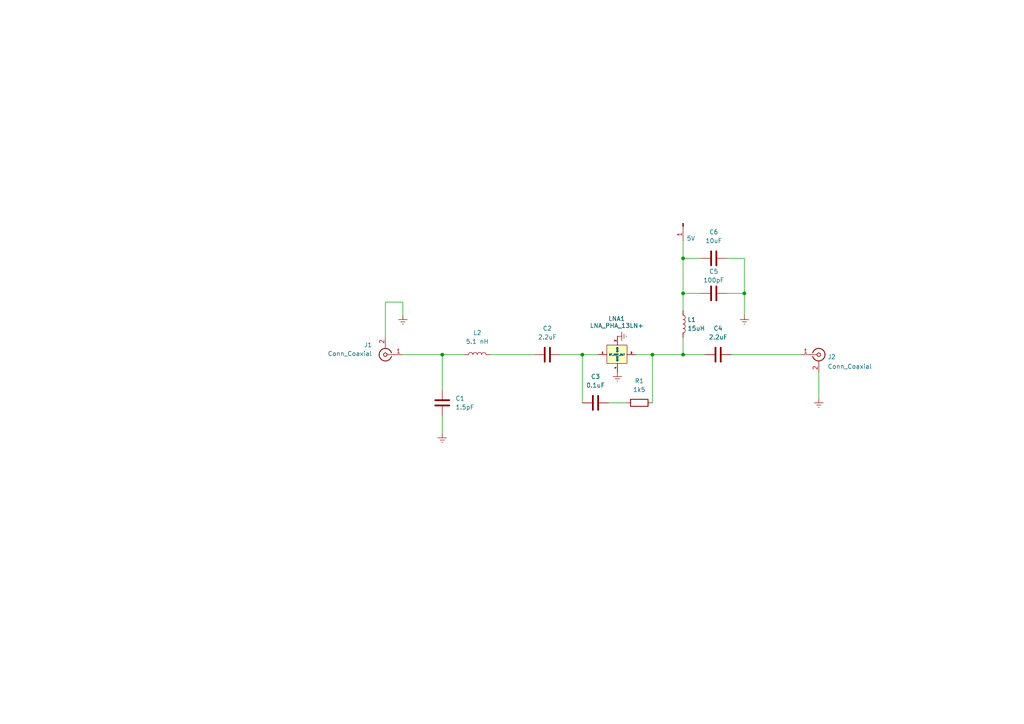
<source format=kicad_sch>
(kicad_sch (version 20210621) (generator eeschema)
  (paper "A4")
  (lib_symbols
    (symbol "Conn_Coaxial_1" (pin_names (offset 1.016) hide)
      (property "Reference" "J" (at 0.254 3.048 0))
      (property "Value" "Conn_Coaxial_1" (at 2.921 0 90))
      (symbol "Conn_Coaxial_1_0_1"
        (arc (start -1.778 -0.508) (mid 0.2311 -1.8066) (end 1.778 0) (stroke (width 0.254)))
        (polyline (pts (xy -2.54 0) (xy -0.508 0)))
        (polyline (pts (xy 0 -2.54) (xy 0 -1.778)))
        (circle (center 0 0) (radius 0.508) (stroke (width 0.2032)))
        (arc (start 1.778 0) (mid 0.2099 1.8101) (end -1.778 0.508) (stroke (width 0.254)))
      )
      (symbol "Conn_Coaxial_1_1_1"
        (pin passive line (at -5.08 0 0) (length 2.54) (name "In") (number "1"))
        (pin passive line (at 0 -5.08 90) (length 2.54) (name "Ext") (number "2"))
      )
    )
    (symbol "Connector:Conn_01x01_Male" (pin_names (offset 1.016) hide)
      (property "Reference" "J" (at 0 2.54 0))
      (property "Value" "Conn_01x01_Male" (at 0 -2.54 0))
      (symbol "Conn_01x01_Male_1_1"
        (polyline (pts (xy 1.27 0) (xy 0.8636 0)) (stroke (width 0.1524)))
        (rectangle (start 0.8636 0.127) (end 0 -0.127) (stroke (width 0.1524)) (fill (type outline)))
        (pin passive line (at 5.08 0 180) (length 3.81) (name "Pin_1") (number "1"))
      )
    )
    (symbol "Connector:Conn_Coaxial" (pin_names (offset 1.016) hide)
      (property "Reference" "J" (at 0.254 3.048 0))
      (property "Value" "Conn_Coaxial" (at 2.921 0 90))
      (symbol "Conn_Coaxial_0_1"
        (arc (start -1.778 -0.508) (mid 0.2311 -1.8066) (end 1.778 0) (stroke (width 0.254)))
        (polyline (pts (xy -2.54 0) (xy -0.508 0)))
        (polyline (pts (xy 0 -2.54) (xy 0 -1.778)))
        (circle (center 0 0) (radius 0.508) (stroke (width 0.2032)))
        (arc (start 1.778 0) (mid 0.2099 1.8101) (end -1.778 0.508) (stroke (width 0.254)))
      )
      (symbol "Conn_Coaxial_1_1"
        (pin passive line (at -5.08 0 0) (length 2.54) (name "In") (number "1"))
        (pin passive line (at 0 -5.08 90) (length 2.54) (name "Ext") (number "2"))
      )
    )
    (symbol "Device:C" (pin_numbers hide) (pin_names (offset 0.254))
      (property "Reference" "C" (at 0.635 2.54 0))
      (property "Value" "C" (at 0.635 -2.54 0))
      (symbol "C_0_1"
        (polyline (pts (xy -2.032 -0.762) (xy 2.032 -0.762)) (stroke (width 0.508)))
        (polyline (pts (xy -2.032 0.762) (xy 2.032 0.762)) (stroke (width 0.508)))
      )
      (symbol "C_1_1"
        (pin passive line (at 0 3.81 270) (length 2.794) (name "~") (number "1"))
        (pin passive line (at 0 -3.81 90) (length 2.794) (name "~") (number "2"))
      )
    )
    (symbol "Device:L" (pin_numbers hide) (pin_names (offset 1.016) hide)
      (property "Reference" "L" (at -1.27 0 90))
      (property "Value" "L" (at 1.905 0 90))
      (symbol "L_0_1"
        (arc (start 0 -2.54) (mid 0.635 -1.905) (end 0 -1.27))
        (arc (start 0 -1.27) (mid 0.635 -0.635) (end 0 0))
        (arc (start 0 0) (mid 0.635 0.635) (end 0 1.27))
        (arc (start 0 1.27) (mid 0.635 1.905) (end 0 2.54))
      )
      (symbol "L_1_1"
        (pin passive line (at 0 3.81 270) (length 1.27) (name "1") (number "1"))
        (pin passive line (at 0 -3.81 90) (length 1.27) (name "2") (number "2"))
      )
    )
    (symbol "Device:R" (pin_numbers hide) (pin_names (offset 0))
      (property "Reference" "R" (at 2.032 0 90))
      (property "Value" "R" (at 0 0 90))
      (symbol "R_0_1"
        (rectangle (start -1.016 -2.54) (end 1.016 2.54) (stroke (width 0.254)))
      )
      (symbol "R_1_1"
        (pin passive line (at 0 3.81 270) (length 1.27) (name "~") (number "1"))
        (pin passive line (at 0 -3.81 90) (length 1.27) (name "~") (number "2"))
      )
    )
    (symbol "lna_lib:LNA_PHA_13LN+"
      (property "Reference" "LNA" (at 0 2.032 0))
      (property "Value" "LNA_PHA_13LN+" (at 0.254 0.508 0))
      (symbol "LNA_PHA_13LN+_0_1"
        (rectangle (start -3.048 -4.826) (end 2.794 -10.16) (stroke (width 0.1524)) (fill (type background)))
      )
      (symbol "LNA_PHA_13LN+_1_1"
        (pin input line (at -5.588 -7.62 0) (length 2.54) (name "RF_IN") (number "1"))
        (pin power_in line (at 0 -2.286 270) (length 2.54) (name "GND") (number "2"))
        (pin output line (at 5.334 -7.62 180) (length 2.54) (name "RF_OUT") (number "3"))
        (pin power_in line (at 0 -12.7 90) (length 2.54) (name "GND") (number "4"))
      )
    )
    (symbol "power:Earth" (power) (pin_names (offset 0))
      (symbol "Earth_0_1"
        (polyline (pts (xy -0.635 -1.905) (xy 0.635 -1.905)))
        (polyline (pts (xy -0.127 -2.54) (xy 0.127 -2.54)))
        (polyline (pts (xy 0 -1.27) (xy 0 0)))
        (polyline (pts (xy 1.27 -1.27) (xy -1.27 -1.27)))
      )
      (symbol "Earth_1_1"
        (pin power_in line (at 0 0 270) (length 0) hide (name "Earth") (number "1"))
      )
    )
  )
  (junction (at 128.27 102.87))
  (junction (at 168.91 102.87))
  (junction (at 189.23 102.87))
  (junction (at 198.12 74.93))
  (junction (at 198.12 85.09))
  (junction (at 198.12 102.87))
  (junction (at 215.9 85.09))
  (wire (pts (xy 111.76 87.63) (xy 116.84 87.63)))
  (wire (pts (xy 111.76 97.79) (xy 111.76 87.63)))
  (wire (pts (xy 116.84 87.63) (xy 116.84 91.44)))
  (wire (pts (xy 116.84 102.87) (xy 128.27 102.87)))
  (wire (pts (xy 128.27 102.87) (xy 128.27 113.03)))
  (wire (pts (xy 128.27 120.65) (xy 128.27 125.73)))
  (wire (pts (xy 134.62 102.87) (xy 128.27 102.87)))
  (wire (pts (xy 142.24 102.87) (xy 154.94 102.87)))
  (wire (pts (xy 162.56 102.87) (xy 168.91 102.87)))
  (wire (pts (xy 168.91 102.87) (xy 168.91 116.84)))
  (wire (pts (xy 168.91 102.87) (xy 173.482 102.87)))
  (wire (pts (xy 176.53 116.84) (xy 181.61 116.84)))
  (wire (pts (xy 184.404 102.87) (xy 189.23 102.87)))
  (wire (pts (xy 189.23 102.87) (xy 189.23 116.84)))
  (wire (pts (xy 189.23 102.87) (xy 198.12 102.87)))
  (wire (pts (xy 198.12 69.85) (xy 198.12 74.93)))
  (wire (pts (xy 198.12 74.93) (xy 198.12 85.09)))
  (wire (pts (xy 198.12 85.09) (xy 203.2 85.09)))
  (wire (pts (xy 198.12 90.17) (xy 198.12 85.09)))
  (wire (pts (xy 198.12 97.79) (xy 198.12 102.87)))
  (wire (pts (xy 198.12 102.87) (xy 204.47 102.87)))
  (wire (pts (xy 203.2 74.93) (xy 198.12 74.93)))
  (wire (pts (xy 210.82 74.93) (xy 215.9 74.93)))
  (wire (pts (xy 210.82 85.09) (xy 215.9 85.09)))
  (wire (pts (xy 212.09 102.87) (xy 232.41 102.87)))
  (wire (pts (xy 215.9 74.93) (xy 215.9 85.09)))
  (wire (pts (xy 215.9 85.09) (xy 215.9 91.44)))
  (wire (pts (xy 237.49 107.95) (xy 237.49 115.57)))
  (symbol (lib_id "Connector:Conn_01x01_Male") (at 198.12 64.77 270) (unit 1)
    (property "Reference" "Con1" (effects hide))
    (property "Value" "5V" (at 199.1361 69.1385 90) (effects (justify left)))
    (property "Footprint" "Connector_Pin:Pin_D1.0mm_L10.0mm" (effects hide))
  )
  (symbol (lib_id "power:Earth") (at 116.84 91.44 0) (unit 1)
    (property "Reference" "#PWR0102" (effects hide))
    (property "Value" "Earth" (effects hide))
  )
  (symbol (lib_id "power:Earth") (at 128.27 125.73 0) (unit 1)
    (property "Reference" "#PWR0101" (effects hide))
    (property "Value" "Earth" (effects hide))
  )
  (symbol (lib_id "power:Earth") (at 179.07 97.536 90) (unit 1)
    (property "Reference" "#PWR0103" (effects hide))
    (property "Value" "Earth" (effects hide))
  )
  (symbol (lib_id "power:Earth") (at 179.07 107.95 0) (unit 1)
    (property "Reference" "#PWR0106" (effects hide))
    (property "Value" "Earth" (effects hide))
  )
  (symbol (lib_id "power:Earth") (at 215.9 91.44 0) (unit 1)
    (property "Reference" "#PWR0104" (effects hide))
    (property "Value" "Earth" (effects hide))
  )
  (symbol (lib_id "power:Earth") (at 237.49 115.57 0) (unit 1)
    (property "Reference" "#PWR0105" (effects hide))
    (property "Value" "Earth" (effects hide))
  )
  (symbol (lib_id "Device:L") (at 138.43 102.87 90) (unit 1)
    (property "Reference" "L2" (at 138.43 96.52 90))
    (property "Value" "5.1 nH" (at 138.43 99.06 90))
    (property "Footprint" "Inductor_SMD:L_0603_1608Metric" (effects hide))
  )
  (symbol (lib_id "Device:L") (at 198.12 93.98 0) (unit 1)
    (property "Reference" "L1" (at 199.39 92.7099 0) (effects (justify left)))
    (property "Value" "15uH" (at 199.39 95.2499 0) (effects (justify left)))
    (property "Footprint" "Inductor_SMD:L_1008_2520Metric" (effects hide))
  )
  (symbol (lib_id "Device:R") (at 185.42 116.84 90) (unit 1)
    (property "Reference" "R1" (at 185.42 110.49 90))
    (property "Value" "1k5" (at 185.42 113.03 90))
    (property "Footprint" "Resistor_SMD:R_0805_2012Metric" (effects hide))
  )
  (symbol (lib_id "Device:C") (at 128.27 116.84 0) (unit 1)
    (property "Reference" "C1" (at 132.08 115.5699 0) (effects (justify left)))
    (property "Value" "1.5pF" (at 132.08 118.1099 0) (effects (justify left)))
    (property "Footprint" "Capacitor_SMD:C_0805_2012Metric" (effects hide))
  )
  (symbol (lib_id "Device:C") (at 158.75 102.87 90) (unit 1)
    (property "Reference" "C2" (at 158.75 95.25 90))
    (property "Value" "2.2uF" (at 158.75 97.79 90))
    (property "Footprint" "Capacitor_SMD:C_0805_2012Metric" (effects hide))
  )
  (symbol (lib_id "Device:C") (at 172.72 116.84 90) (unit 1)
    (property "Reference" "C3" (at 172.72 109.22 90))
    (property "Value" "0.1uF" (at 172.72 111.76 90))
    (property "Footprint" "Capacitor_SMD:C_0805_2012Metric" (effects hide))
  )
  (symbol (lib_id "Device:C") (at 207.01 74.93 90) (unit 1)
    (property "Reference" "C6" (at 207.01 67.31 90))
    (property "Value" "10uF" (at 207.01 69.85 90))
    (property "Footprint" "Capacitor_SMD:C_0805_2012Metric" (effects hide))
  )
  (symbol (lib_id "Device:C") (at 207.01 85.09 90) (unit 1)
    (property "Reference" "C5" (at 207.01 78.74 90))
    (property "Value" "100pF" (at 207.01 81.28 90))
    (property "Footprint" "Capacitor_SMD:C_0805_2012Metric" (effects hide))
  )
  (symbol (lib_id "Device:C") (at 208.28 102.87 90) (unit 1)
    (property "Reference" "C4" (at 208.28 95.25 90))
    (property "Value" "2.2uF" (at 208.28 97.79 90))
    (property "Footprint" "Capacitor_SMD:C_0805_2012Metric" (effects hide))
  )
  (symbol (lib_name "Conn_Coaxial_1") (lib_id "Connector:Conn_Coaxial") (at 111.76 102.87 180) (unit 1)
    (property "Reference" "J1" (at 107.95 100.0366 0) (effects (justify left)))
    (property "Value" "Conn_Coaxial" (at 107.95 102.5766 0) (effects (justify left)))
    (property "Footprint" "Connector_Coaxial:SMA_Molex_73251-1153_EdgeMount_Horizontal" (effects hide))
    (property "Datasheet" " ~" (effects hide))
  )
  (symbol (lib_id "Connector:Conn_Coaxial") (at 237.49 102.87 0) (unit 1)
    (property "Reference" "J2" (at 240.0299 103.5236 0) (effects (justify left)))
    (property "Value" "Conn_Coaxial" (at 240.0299 106.2987 0) (effects (justify left)))
    (property "Footprint" "Connector_Coaxial:SMA_Molex_73251-1153_EdgeMount_Horizontal" (effects hide))
    (property "Datasheet" " ~" (effects hide))
  )
  (symbol (lib_id "lna_lib:LNA_PHA_13LN+") (at 179.07 95.25 0) (unit 1)
    (property "Reference" "LNA1" (at 176.4031 92.4365 0) (effects (justify left)))
    (property "Value" "LNA_PHA_13LN+" (at 171.0691 94.4496 0) (effects (justify left)))
    (property "Footprint" "lna_lib:LNA_PHA-13LN+" (effects hide))
  )
)
</source>
